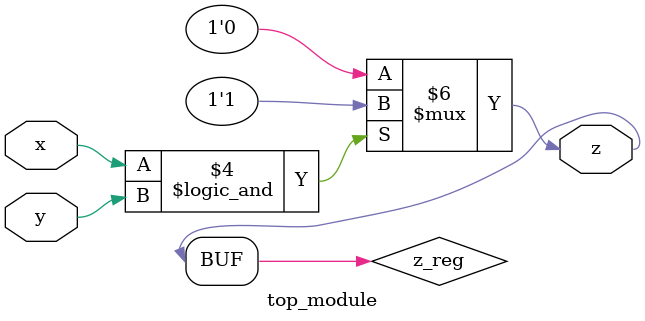
<source format=sv>
module top_module(
	input x,
	input y,
	output z);

	reg z_reg;

	always @(x, y)
	begin
		if (x == 1'b1 && y == 1'b1)
			z_reg <= 1'b1;
		else
			z_reg <= 1'b0;
	end

	assign z = z_reg;

endmodule

</source>
